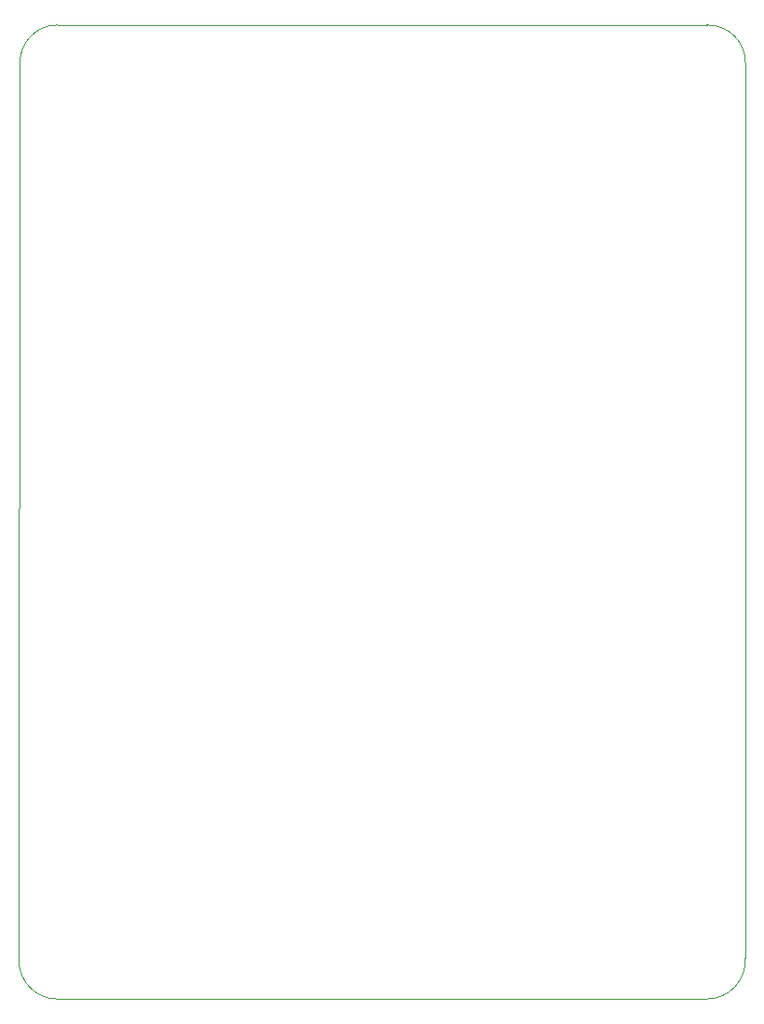
<source format=gbr>
G04 #@! TF.GenerationSoftware,KiCad,Pcbnew,5.1.4*
G04 #@! TF.CreationDate,2019-09-16T18:09:56+12:00*
G04 #@! TF.ProjectId,spiroBoardV2,73706972-6f42-46f6-9172-6456322e6b69,rev?*
G04 #@! TF.SameCoordinates,Original*
G04 #@! TF.FileFunction,Profile,NP*
%FSLAX46Y46*%
G04 Gerber Fmt 4.6, Leading zero omitted, Abs format (unit mm)*
G04 Created by KiCad (PCBNEW 5.1.4) date 2019-09-16 18:09:56*
%MOMM*%
%LPD*%
G04 APERTURE LIST*
%ADD10C,0.120000*%
G04 APERTURE END LIST*
D10*
X64600000Y-69400000D02*
G75*
G02X68000000Y-66000000I3400000J0D01*
G01*
X68000000Y-154500000D02*
G75*
G02X64500000Y-151000000I0J3500000D01*
G01*
X127100000Y-154500000D02*
X68000000Y-154500000D01*
X130593094Y-150780233D02*
G75*
G02X127100000Y-154500000I-3493094J-219767D01*
G01*
X64600000Y-69400000D02*
X64500000Y-151000000D01*
X127098615Y-66001470D02*
X68000000Y-66000000D01*
X127099135Y-66000026D02*
G75*
G02X130600000Y-69398530I100865J-3398504D01*
G01*
X130593094Y-150780233D02*
X130600000Y-69400000D01*
M02*

</source>
